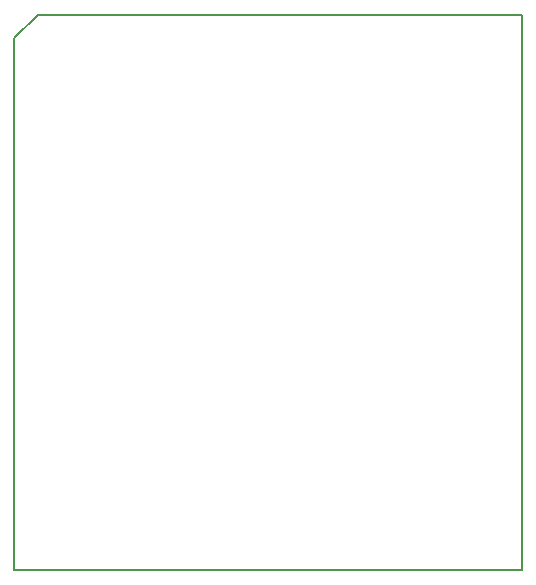
<source format=gbr>
%TF.GenerationSoftware,KiCad,Pcbnew,7.0.10*%
%TF.CreationDate,2024-02-06T22:12:15+01:00*%
%TF.ProjectId,16M2164_Ersatz_SRAM,31364d32-3136-4345-9f45-727361747a5f,1*%
%TF.SameCoordinates,Original*%
%TF.FileFunction,Profile,NP*%
%FSLAX46Y46*%
G04 Gerber Fmt 4.6, Leading zero omitted, Abs format (unit mm)*
G04 Created by KiCad (PCBNEW 7.0.10) date 2024-02-06 22:12:15*
%MOMM*%
%LPD*%
G01*
G04 APERTURE LIST*
%TA.AperFunction,Profile*%
%ADD10C,0.200000*%
%TD*%
G04 APERTURE END LIST*
D10*
X150000000Y-128000000D02*
X150000000Y-83000000D01*
X152000000Y-81000000D02*
X193000000Y-81000000D01*
X150000000Y-83000000D02*
X152000000Y-81000000D01*
X193000000Y-128000000D02*
X150000000Y-128000000D01*
X193000000Y-81000000D02*
X193000000Y-128000000D01*
M02*

</source>
